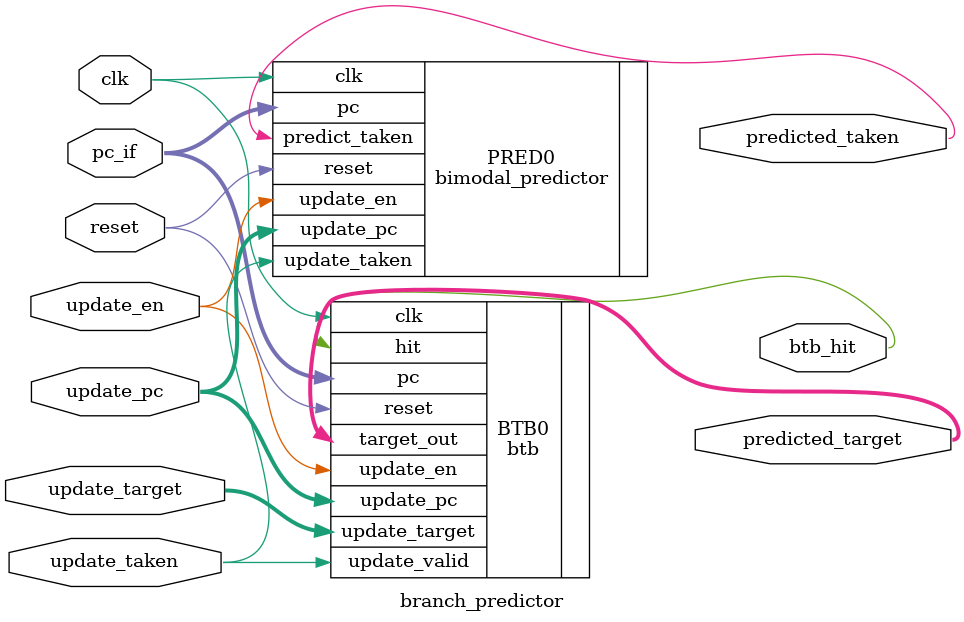
<source format=v>
module branch_predictor #(
    parameter INDEX_BITS = 10
)(
    input  wire             clk,
    input  wire             reset,

    // Lookup (IF stage)
    input  wire [31:0]      pc_if,
    output wire             predicted_taken,
    output wire             btb_hit,
    output wire [31:0]      predicted_target,

    // Update (on branch resolution)
    input  wire             update_en,     // 1 when updating predictor and BTB
    input  wire [31:0]      update_pc,     // branch PC resolved
    input  wire             update_taken,  // actual outcome
    input  wire [31:0]      update_target  // branch target (valid even if not taken)
);

    // instantiate BTB
    btb #(.INDEX_BITS(INDEX_BITS)) BTB0 (
        .clk(clk),
        .reset(reset),
        .pc(pc_if),
        .hit(btb_hit),
        .target_out(predicted_target),
        .update_en(update_en),
        .update_pc(update_pc),
        .update_target(update_target),
        .update_valid(update_taken) // set BTB entry valid only when branch was taken
    );

    // instantiate bimodal predictor
    bimodal_predictor #(.INDEX_BITS(INDEX_BITS)) PRED0 (
        .clk(clk),
        .reset(reset),
        .pc(pc_if),
        .predict_taken(predicted_taken),
        .update_en(update_en),
        .update_pc(update_pc),
        .update_taken(update_taken)
    );

endmodule

</source>
